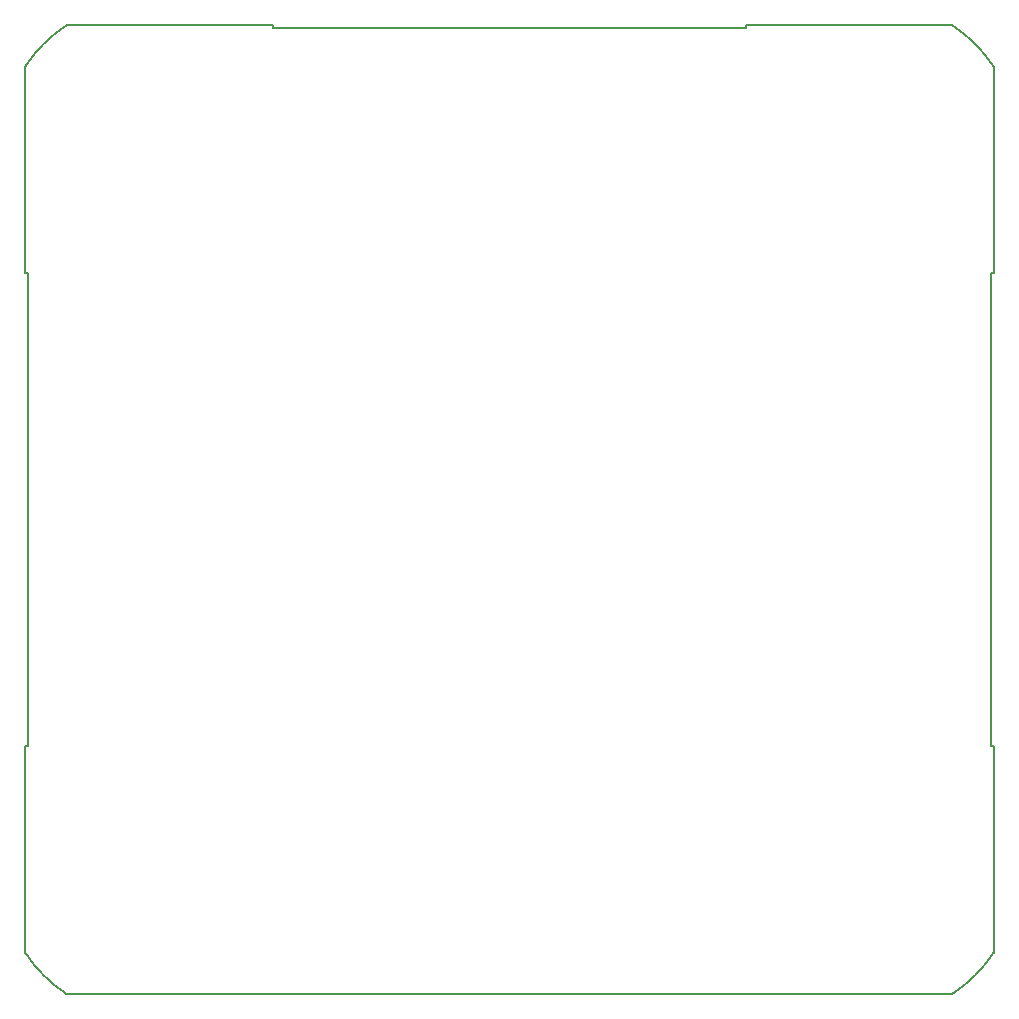
<source format=gm1>
G04 #@! TF.FileFunction,Profile,NP*
%FSLAX46Y46*%
G04 Gerber Fmt 4.6, Leading zero omitted, Abs format (unit mm)*
G04 Created by KiCad (PCBNEW 4.0.6+dfsg1-1) date Mon Aug 28 10:06:35 2017*
%MOMM*%
%LPD*%
G01*
G04 APERTURE LIST*
%ADD10C,0.100000*%
%ADD11C,0.150000*%
G04 APERTURE END LIST*
D10*
D11*
X141000000Y-62500000D02*
G75*
G03X137500000Y-59000000I-10000000J-6500000D01*
G01*
X62500000Y-59000000D02*
G75*
G03X59000000Y-62500000I6500000J-10000000D01*
G01*
X59000000Y-137500000D02*
G75*
G03X62500000Y-141000000I10000000J6500000D01*
G01*
X137500000Y-141000000D02*
G75*
G03X141000000Y-137500000I-6500000J10000000D01*
G01*
X59000000Y-120000000D02*
X59000000Y-137500000D01*
X59200000Y-120000000D02*
X59000000Y-120000000D01*
X59200000Y-80000000D02*
X59200000Y-120000000D01*
X59000000Y-80000000D02*
X59200000Y-80000000D01*
X120000000Y-59000000D02*
X137500000Y-59000000D01*
X120000000Y-59200000D02*
X120000000Y-59000000D01*
X80000000Y-59200000D02*
X120000000Y-59200000D01*
X80000000Y-59000000D02*
X80000000Y-59200000D01*
X141000000Y-120000000D02*
X141000000Y-137500000D01*
X140800000Y-120000000D02*
X141000000Y-120000000D01*
X140800000Y-80000000D02*
X140800000Y-120000000D01*
X141000000Y-80000000D02*
X140800000Y-80000000D01*
X59000000Y-80000000D02*
X59000000Y-62500000D01*
X137500000Y-141000000D02*
X62500000Y-141000000D01*
X141000000Y-62500000D02*
X141000000Y-80000000D01*
X62500000Y-59000000D02*
X80000000Y-59000000D01*
M02*

</source>
